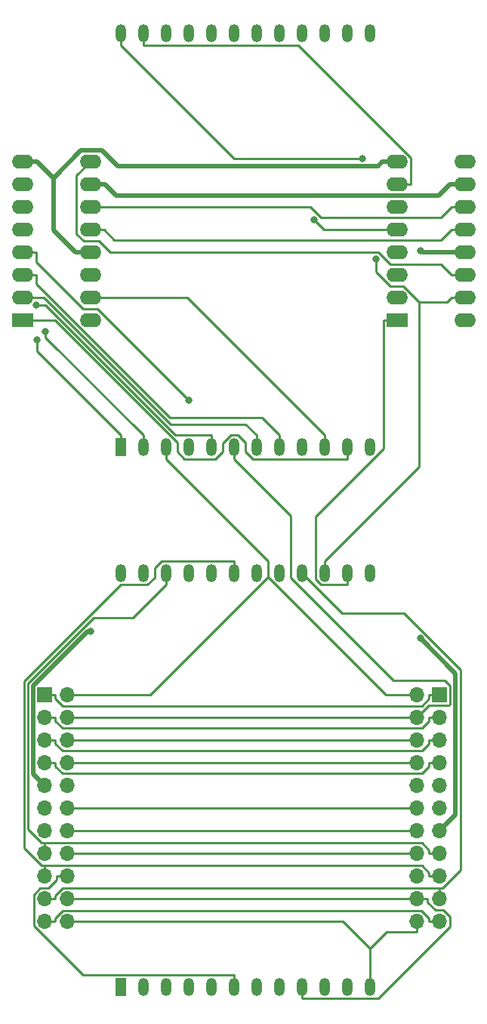
<source format=gbr>
%TF.GenerationSoftware,KiCad,Pcbnew,7.0.1*%
%TF.CreationDate,2023-03-17T17:08:37-04:00*%
%TF.ProjectId,ticker,7469636b-6572-42e6-9b69-6361645f7063,rev?*%
%TF.SameCoordinates,Original*%
%TF.FileFunction,Copper,L2,Bot*%
%TF.FilePolarity,Positive*%
%FSLAX46Y46*%
G04 Gerber Fmt 4.6, Leading zero omitted, Abs format (unit mm)*
G04 Created by KiCad (PCBNEW 7.0.1) date 2023-03-17 17:08:37*
%MOMM*%
%LPD*%
G01*
G04 APERTURE LIST*
%TA.AperFunction,ComponentPad*%
%ADD10O,1.700000X1.700000*%
%TD*%
%TA.AperFunction,ComponentPad*%
%ADD11R,1.700000X1.700000*%
%TD*%
%TA.AperFunction,ComponentPad*%
%ADD12R,1.200000X2.000000*%
%TD*%
%TA.AperFunction,ComponentPad*%
%ADD13O,1.200000X2.000000*%
%TD*%
%TA.AperFunction,ComponentPad*%
%ADD14O,2.400000X1.600000*%
%TD*%
%TA.AperFunction,ComponentPad*%
%ADD15R,2.400000X1.600000*%
%TD*%
%TA.AperFunction,ViaPad*%
%ADD16C,0.800000*%
%TD*%
%TA.AperFunction,Conductor*%
%ADD17C,0.500000*%
%TD*%
%TA.AperFunction,Conductor*%
%ADD18C,0.250000*%
%TD*%
G04 APERTURE END LIST*
D10*
%TO.P,J2,22,Pin_22*%
%TO.N,Net-(J1-Pin_22)*%
X169260000Y-145400000D03*
%TO.P,J2,21,Pin_21*%
%TO.N,Net-(J1-Pin_21)*%
X171800000Y-145400000D03*
%TO.P,J2,20,Pin_20*%
%TO.N,Net-(J1-Pin_20)*%
X169260000Y-142860000D03*
%TO.P,J2,19,Pin_19*%
%TO.N,Net-(J1-Pin_19)*%
X171800000Y-142860000D03*
%TO.P,J2,18,Pin_18*%
%TO.N,Net-(J1-Pin_18)*%
X169260000Y-140320000D03*
%TO.P,J2,17,Pin_17*%
%TO.N,Net-(J1-Pin_17)*%
X171800000Y-140320000D03*
%TO.P,J2,16,Pin_16*%
%TO.N,Net-(J1-Pin_16)*%
X169260000Y-137780000D03*
%TO.P,J2,15,Pin_15*%
%TO.N,Net-(J1-Pin_15)*%
X171800000Y-137780000D03*
%TO.P,J2,14,Pin_14*%
%TO.N,Net-(J1-Pin_14)*%
X169260000Y-135240000D03*
%TO.P,J2,13,Pin_13*%
%TO.N,GND*%
X171800000Y-135240000D03*
%TO.P,J2,12,Pin_12*%
%TO.N,Net-(J1-Pin_12)*%
X169260000Y-132700000D03*
%TO.P,J2,11,Pin_11*%
%TO.N,unconnected-(J2-Pin_11-Pad11)*%
X171800000Y-132700000D03*
%TO.P,J2,10,Pin_10*%
%TO.N,Net-(J2-Pin_10)*%
X169260000Y-130160000D03*
%TO.P,J2,9,Pin_9*%
%TO.N,+3V3*%
X171800000Y-130160000D03*
%TO.P,J2,8,Pin_8*%
%TO.N,Net-(J1-Pin_8)*%
X169260000Y-127620000D03*
%TO.P,J2,7,Pin_7*%
%TO.N,Net-(J1-Pin_7)*%
X171800000Y-127620000D03*
%TO.P,J2,6,Pin_6*%
%TO.N,Net-(J1-Pin_6)*%
X169260000Y-125080000D03*
%TO.P,J2,5,Pin_5*%
%TO.N,Net-(J1-Pin_5)*%
X171800000Y-125080000D03*
%TO.P,J2,4,Pin_4*%
%TO.N,Net-(J1-Pin_4)*%
X169260000Y-122540000D03*
%TO.P,J2,3,Pin_3*%
%TO.N,Net-(J1-Pin_3)*%
X171800000Y-122540000D03*
%TO.P,J2,2,Pin_2*%
%TO.N,Net-(J1-Pin_2)*%
X169260000Y-120000000D03*
D11*
%TO.P,J2,1,Pin_1*%
%TO.N,Net-(J1-Pin_1)*%
X171800000Y-120000000D03*
%TD*%
%TO.P,J1,1,Pin_1*%
%TO.N,Net-(J1-Pin_1)*%
X127525000Y-120000000D03*
D10*
%TO.P,J1,2,Pin_2*%
%TO.N,Net-(J1-Pin_2)*%
X130065000Y-120000000D03*
%TO.P,J1,3,Pin_3*%
%TO.N,Net-(J1-Pin_3)*%
X127525000Y-122540000D03*
%TO.P,J1,4,Pin_4*%
%TO.N,Net-(J1-Pin_4)*%
X130065000Y-122540000D03*
%TO.P,J1,5,Pin_5*%
%TO.N,Net-(J1-Pin_5)*%
X127525000Y-125080000D03*
%TO.P,J1,6,Pin_6*%
%TO.N,Net-(J1-Pin_6)*%
X130065000Y-125080000D03*
%TO.P,J1,7,Pin_7*%
%TO.N,Net-(J1-Pin_7)*%
X127525000Y-127620000D03*
%TO.P,J1,8,Pin_8*%
%TO.N,Net-(J1-Pin_8)*%
X130065000Y-127620000D03*
%TO.P,J1,9,Pin_9*%
%TO.N,+3V3*%
X127525000Y-130160000D03*
%TO.P,J1,10,Pin_10*%
%TO.N,Net-(J1-Pin_10)*%
X130065000Y-130160000D03*
%TO.P,J1,11,Pin_11*%
%TO.N,unconnected-(J1-Pin_11-Pad11)*%
X127525000Y-132700000D03*
%TO.P,J1,12,Pin_12*%
%TO.N,Net-(J1-Pin_12)*%
X130065000Y-132700000D03*
%TO.P,J1,13,Pin_13*%
%TO.N,GND*%
X127525000Y-135240000D03*
%TO.P,J1,14,Pin_14*%
%TO.N,Net-(J1-Pin_14)*%
X130065000Y-135240000D03*
%TO.P,J1,15,Pin_15*%
%TO.N,Net-(J1-Pin_15)*%
X127525000Y-137780000D03*
%TO.P,J1,16,Pin_16*%
%TO.N,Net-(J1-Pin_16)*%
X130065000Y-137780000D03*
%TO.P,J1,17,Pin_17*%
%TO.N,Net-(J1-Pin_17)*%
X127525000Y-140320000D03*
%TO.P,J1,18,Pin_18*%
%TO.N,Net-(J1-Pin_18)*%
X130065000Y-140320000D03*
%TO.P,J1,19,Pin_19*%
%TO.N,Net-(J1-Pin_19)*%
X127525000Y-142860000D03*
%TO.P,J1,20,Pin_20*%
%TO.N,Net-(J1-Pin_20)*%
X130065000Y-142860000D03*
%TO.P,J1,21,Pin_21*%
%TO.N,Net-(J1-Pin_21)*%
X127525000Y-145400000D03*
%TO.P,J1,22,Pin_22*%
%TO.N,Net-(J1-Pin_22)*%
X130065000Y-145400000D03*
%TD*%
D12*
%TO.P,LED1,1*%
%TO.N,Net-(U1-QG)*%
X136030000Y-92200000D03*
D13*
%TO.P,LED1,2*%
%TO.N,Net-(U1-QH)*%
X138570000Y-92200000D03*
%TO.P,LED1,3*%
%TO.N,Net-(J1-Pin_2)*%
X141110000Y-92200000D03*
%TO.P,LED1,4*%
%TO.N,Net-(U1-QE)*%
X143650000Y-92200000D03*
%TO.P,LED1,5*%
%TO.N,Net-(U1-QF)*%
X146190000Y-92200000D03*
%TO.P,LED1,6*%
%TO.N,Net-(J1-Pin_4)*%
X148730000Y-92200000D03*
%TO.P,LED1,7*%
%TO.N,Net-(U1-QC)*%
X151270000Y-92200000D03*
%TO.P,LED1,8*%
%TO.N,Net-(U1-QD)*%
X153810000Y-92200000D03*
%TO.P,LED1,9*%
%TO.N,Net-(J1-Pin_6)*%
X156350000Y-92200000D03*
%TO.P,LED1,10*%
%TO.N,Net-(U1-QA)*%
X158890000Y-92200000D03*
%TO.P,LED1,11*%
%TO.N,Net-(U1-QB)*%
X161430000Y-92200000D03*
%TO.P,LED1,12*%
%TO.N,Net-(J1-Pin_8)*%
X163970000Y-92200000D03*
%TO.P,LED1,13*%
%TO.N,Net-(J1-Pin_7)*%
X163970000Y-45800000D03*
%TO.P,LED1,14*%
%TO.N,Net-(U2-QB)*%
X161430000Y-45800000D03*
%TO.P,LED1,15*%
%TO.N,Net-(U2-QA)*%
X158890000Y-45800000D03*
%TO.P,LED1,16*%
%TO.N,Net-(J1-Pin_5)*%
X156350000Y-45800000D03*
%TO.P,LED1,17*%
%TO.N,Net-(U2-QD)*%
X153810000Y-45800000D03*
%TO.P,LED1,18*%
%TO.N,Net-(U2-QC)*%
X151270000Y-45800000D03*
%TO.P,LED1,19*%
%TO.N,Net-(J1-Pin_3)*%
X148730000Y-45800000D03*
%TO.P,LED1,20*%
%TO.N,Net-(U2-QF)*%
X146190000Y-45800000D03*
%TO.P,LED1,21*%
%TO.N,Net-(U2-QE)*%
X143650000Y-45800000D03*
%TO.P,LED1,22*%
%TO.N,Net-(J1-Pin_1)*%
X141110000Y-45800000D03*
%TO.P,LED1,23*%
%TO.N,Net-(U2-QH)*%
X138570000Y-45800000D03*
%TO.P,LED1,24*%
%TO.N,Net-(U2-QG)*%
X136030000Y-45800000D03*
%TD*%
D12*
%TO.P,LED2,1*%
%TO.N,Net-(U1-QG)*%
X136030000Y-152700000D03*
D13*
%TO.P,LED2,2*%
%TO.N,Net-(U1-QH)*%
X138570000Y-152700000D03*
%TO.P,LED2,3*%
%TO.N,Net-(J1-Pin_16)*%
X141110000Y-152700000D03*
%TO.P,LED2,4*%
%TO.N,Net-(U1-QE)*%
X143650000Y-152700000D03*
%TO.P,LED2,5*%
%TO.N,Net-(U1-QF)*%
X146190000Y-152700000D03*
%TO.P,LED2,6*%
%TO.N,Net-(J1-Pin_18)*%
X148730000Y-152700000D03*
%TO.P,LED2,7*%
%TO.N,Net-(U1-QC)*%
X151270000Y-152700000D03*
%TO.P,LED2,8*%
%TO.N,Net-(U1-QD)*%
X153810000Y-152700000D03*
%TO.P,LED2,9*%
%TO.N,Net-(J1-Pin_20)*%
X156350000Y-152700000D03*
%TO.P,LED2,10*%
%TO.N,Net-(U1-QA)*%
X158890000Y-152700000D03*
%TO.P,LED2,11*%
%TO.N,Net-(U1-QB)*%
X161430000Y-152700000D03*
%TO.P,LED2,12*%
%TO.N,Net-(J1-Pin_22)*%
X163970000Y-152700000D03*
%TO.P,LED2,13*%
%TO.N,Net-(J1-Pin_21)*%
X163970000Y-106300000D03*
%TO.P,LED2,14*%
%TO.N,Net-(U2-QB)*%
X161430000Y-106300000D03*
%TO.P,LED2,15*%
%TO.N,Net-(U2-QA)*%
X158890000Y-106300000D03*
%TO.P,LED2,16*%
%TO.N,Net-(J1-Pin_19)*%
X156350000Y-106300000D03*
%TO.P,LED2,17*%
%TO.N,Net-(U2-QD)*%
X153810000Y-106300000D03*
%TO.P,LED2,18*%
%TO.N,Net-(U2-QC)*%
X151270000Y-106300000D03*
%TO.P,LED2,19*%
%TO.N,Net-(J1-Pin_17)*%
X148730000Y-106300000D03*
%TO.P,LED2,20*%
%TO.N,Net-(U2-QF)*%
X146190000Y-106300000D03*
%TO.P,LED2,21*%
%TO.N,Net-(U2-QE)*%
X143650000Y-106300000D03*
%TO.P,LED2,22*%
%TO.N,Net-(J1-Pin_15)*%
X141110000Y-106300000D03*
%TO.P,LED2,23*%
%TO.N,Net-(U2-QH)*%
X138570000Y-106300000D03*
%TO.P,LED2,24*%
%TO.N,Net-(U2-QG)*%
X136030000Y-106300000D03*
%TD*%
D14*
%TO.P,U1,16,VCC*%
%TO.N,+3V3*%
X132620000Y-78000000D03*
%TO.P,U1,15,QA*%
%TO.N,Net-(U1-QA)*%
X132620000Y-75460000D03*
%TO.P,U1,14,SER*%
%TO.N,Net-(J1-Pin_10)*%
X132620000Y-72920000D03*
%TO.P,U1,13,~{OE}*%
%TO.N,GND*%
X132620000Y-70380000D03*
%TO.P,U1,12,RCLK*%
%TO.N,Net-(J1-Pin_14)*%
X132620000Y-67840000D03*
%TO.P,U1,11,SRCLK*%
%TO.N,Net-(J1-Pin_12)*%
X132620000Y-65300000D03*
%TO.P,U1,10,~{SRCLR}*%
%TO.N,+3V3*%
X132620000Y-62760000D03*
%TO.P,U1,9,QH'*%
%TO.N,Net-(U1-QH')*%
X132620000Y-60220000D03*
%TO.P,U1,8,GND*%
%TO.N,GND*%
X125000000Y-60220000D03*
%TO.P,U1,7,QH*%
%TO.N,Net-(U1-QH)*%
X125000000Y-62760000D03*
%TO.P,U1,6,QG*%
%TO.N,Net-(U1-QG)*%
X125000000Y-65300000D03*
%TO.P,U1,5,QF*%
%TO.N,Net-(U1-QF)*%
X125000000Y-67840000D03*
%TO.P,U1,4,QE*%
%TO.N,Net-(U1-QE)*%
X125000000Y-70380000D03*
%TO.P,U1,3,QD*%
%TO.N,Net-(U1-QD)*%
X125000000Y-72920000D03*
%TO.P,U1,2,QC*%
%TO.N,Net-(U1-QC)*%
X125000000Y-75460000D03*
D15*
%TO.P,U1,1,QB*%
%TO.N,Net-(U1-QB)*%
X125000000Y-78000000D03*
%TD*%
D14*
%TO.P,U2,16,VCC*%
%TO.N,+3V3*%
X174620000Y-78000000D03*
%TO.P,U2,15,QA*%
%TO.N,Net-(U2-QA)*%
X174620000Y-75460000D03*
%TO.P,U2,14,SER*%
%TO.N,Net-(U1-QH')*%
X174620000Y-72920000D03*
%TO.P,U2,13,~{OE}*%
%TO.N,GND*%
X174620000Y-70380000D03*
%TO.P,U2,12,RCLK*%
%TO.N,Net-(J1-Pin_14)*%
X174620000Y-67840000D03*
%TO.P,U2,11,SRCLK*%
%TO.N,Net-(J1-Pin_12)*%
X174620000Y-65300000D03*
%TO.P,U2,10,~{SRCLR}*%
%TO.N,+3V3*%
X174620000Y-62760000D03*
%TO.P,U2,9,QH'*%
%TO.N,Net-(J2-Pin_10)*%
X174620000Y-60220000D03*
%TO.P,U2,8,GND*%
%TO.N,GND*%
X167000000Y-60220000D03*
%TO.P,U2,7,QH*%
%TO.N,Net-(U2-QH)*%
X167000000Y-62760000D03*
%TO.P,U2,6,QG*%
%TO.N,Net-(U2-QG)*%
X167000000Y-65300000D03*
%TO.P,U2,5,QF*%
%TO.N,Net-(U2-QF)*%
X167000000Y-67840000D03*
%TO.P,U2,4,QE*%
%TO.N,Net-(U2-QE)*%
X167000000Y-70380000D03*
%TO.P,U2,3,QD*%
%TO.N,Net-(U2-QD)*%
X167000000Y-72920000D03*
%TO.P,U2,2,QC*%
%TO.N,Net-(U2-QC)*%
X167000000Y-75460000D03*
D15*
%TO.P,U2,1,QB*%
%TO.N,Net-(U2-QB)*%
X167000000Y-78000000D03*
%TD*%
D16*
%TO.N,GND*%
X169638300Y-70147900D03*
X169638300Y-113653400D03*
%TO.N,+3V3*%
X132620000Y-112819400D03*
%TO.N,Net-(U2-QG)*%
X163167000Y-59839000D03*
%TO.N,Net-(U2-QF)*%
X157740000Y-66727100D03*
%TO.N,Net-(U2-QA)*%
X164628900Y-71105500D03*
%TO.N,Net-(U1-QF)*%
X126597400Y-76312900D03*
%TO.N,Net-(U1-QE)*%
X143650000Y-86967100D03*
%TO.N,Net-(U1-QH)*%
X127613000Y-79205900D03*
%TO.N,Net-(U1-QG)*%
X126640300Y-80171000D03*
%TD*%
D17*
%TO.N,GND*%
X174620000Y-70380000D02*
X173145000Y-70380000D01*
X169870400Y-70380000D02*
X169638300Y-70147900D01*
X173145000Y-70380000D02*
X169870400Y-70380000D01*
X125000000Y-60220000D02*
X126475100Y-60220000D01*
X167000000Y-60220000D02*
X165349900Y-60220000D01*
X126650100Y-60220000D02*
X128480300Y-62050200D01*
X126475100Y-60220000D02*
X126650100Y-60220000D01*
X128480300Y-67890400D02*
X130969900Y-70380000D01*
X128480300Y-62050200D02*
X128480300Y-67890400D01*
X132620000Y-70380000D02*
X130969900Y-70380000D01*
X173588900Y-117604000D02*
X169638300Y-113653400D01*
X173588900Y-133451100D02*
X173588900Y-117604000D01*
X171800000Y-135240000D02*
X173588900Y-133451100D01*
X164880800Y-60689100D02*
X165349900Y-60220000D01*
X135700500Y-60689100D02*
X164880800Y-60689100D01*
X133968800Y-58957400D02*
X135700500Y-60689100D01*
X131573100Y-58957400D02*
X133968800Y-58957400D01*
X128480300Y-62050200D02*
X131573100Y-58957400D01*
%TO.N,+3V3*%
X174620000Y-62760000D02*
X172969900Y-62760000D01*
X132620000Y-62760000D02*
X134270100Y-62760000D01*
X132357400Y-112819400D02*
X132620000Y-112819400D01*
X126210900Y-118965900D02*
X132357400Y-112819400D01*
X126210900Y-128845900D02*
X126210900Y-118965900D01*
X127525000Y-130160000D02*
X126210900Y-128845900D01*
X135540000Y-64029900D02*
X134270100Y-62760000D01*
X171700000Y-64029900D02*
X135540000Y-64029900D01*
X172969900Y-62760000D02*
X171700000Y-64029900D01*
D18*
%TO.N,Net-(J1-Pin_7)*%
X128700100Y-127985300D02*
X128700100Y-127620000D01*
X129525400Y-128810600D02*
X128700100Y-127985300D01*
X169801500Y-128810600D02*
X129525400Y-128810600D01*
X170624900Y-127987200D02*
X169801500Y-128810600D01*
X170624900Y-127620000D02*
X170624900Y-127987200D01*
X171800000Y-127620000D02*
X170624900Y-127620000D01*
X127525000Y-127620000D02*
X128700100Y-127620000D01*
%TO.N,Net-(J1-Pin_6)*%
X169260000Y-125080000D02*
X130065000Y-125080000D01*
%TO.N,Net-(J1-Pin_5)*%
X170624900Y-125445200D02*
X170624900Y-125080000D01*
X169799500Y-126270600D02*
X170624900Y-125445200D01*
X129523500Y-126270600D02*
X169799500Y-126270600D01*
X128700100Y-125447200D02*
X129523500Y-126270600D01*
X128700100Y-125080000D02*
X128700100Y-125447200D01*
X127525000Y-125080000D02*
X128700100Y-125080000D01*
X171800000Y-125080000D02*
X170624900Y-125080000D01*
%TO.N,Net-(U1-QH')*%
X174620000Y-72920000D02*
X173094900Y-72920000D01*
X131082400Y-61757600D02*
X132620000Y-60220000D01*
X131082400Y-68330400D02*
X131082400Y-61757600D01*
X131862000Y-69110000D02*
X131082400Y-68330400D01*
X133550000Y-69110000D02*
X131862000Y-69110000D01*
X134820400Y-70380400D02*
X133550000Y-69110000D01*
X164929300Y-70380400D02*
X134820400Y-70380400D01*
X166284700Y-71735800D02*
X164929300Y-70380400D01*
X171910700Y-71735800D02*
X166284700Y-71735800D01*
X173094900Y-72920000D02*
X171910700Y-71735800D01*
%TO.N,Net-(U2-QG)*%
X148743900Y-59839000D02*
X136030000Y-47125100D01*
X163167000Y-59839000D02*
X148743900Y-59839000D01*
X136030000Y-45800000D02*
X136030000Y-47125100D01*
%TO.N,Net-(U2-QH)*%
X168525100Y-59745200D02*
X168525100Y-62760000D01*
X155905000Y-47125100D02*
X168525100Y-59745200D01*
X138570000Y-47125100D02*
X155905000Y-47125100D01*
X138570000Y-45800000D02*
X138570000Y-47125100D01*
X167000000Y-62760000D02*
X168525100Y-62760000D01*
%TO.N,Net-(U2-QF)*%
X158852900Y-67840000D02*
X157740000Y-66727100D01*
X167000000Y-67840000D02*
X158852900Y-67840000D01*
%TO.N,Net-(U2-QA)*%
X174620000Y-75460000D02*
X173094900Y-75460000D01*
X158890000Y-106300000D02*
X158890000Y-104974900D01*
X172608100Y-75946800D02*
X173094900Y-75460000D01*
X169498800Y-75946800D02*
X172608100Y-75946800D01*
X164628900Y-72544500D02*
X164628900Y-71105500D01*
X166274400Y-74190000D02*
X164628900Y-72544500D01*
X167742000Y-74190000D02*
X166274400Y-74190000D01*
X169498800Y-75946800D02*
X167742000Y-74190000D01*
X169498800Y-94366100D02*
X158890000Y-104974900D01*
X169498800Y-75946800D02*
X169498800Y-94366100D01*
%TO.N,Net-(U2-QB)*%
X158498700Y-107625100D02*
X161430000Y-107625100D01*
X157930800Y-107057200D02*
X158498700Y-107625100D01*
X157930800Y-99947600D02*
X157930800Y-107057200D01*
X165474900Y-92403500D02*
X157930800Y-99947600D01*
X165474900Y-78000000D02*
X165474900Y-92403500D01*
X167000000Y-78000000D02*
X165474900Y-78000000D01*
X161430000Y-106300000D02*
X161430000Y-107625100D01*
%TO.N,Net-(U1-QB)*%
X161430000Y-92200000D02*
X161430000Y-93525100D01*
X125000000Y-78000000D02*
X126525100Y-78000000D01*
X150843200Y-93525100D02*
X161430000Y-93525100D01*
X150000000Y-92681900D02*
X150843200Y-93525100D01*
X150000000Y-91690700D02*
X150000000Y-92681900D01*
X149144500Y-90835200D02*
X150000000Y-91690700D01*
X148366900Y-90835200D02*
X149144500Y-90835200D01*
X147460000Y-91742100D02*
X148366900Y-90835200D01*
X147460000Y-92730000D02*
X147460000Y-91742100D01*
X146664800Y-93525200D02*
X147460000Y-92730000D01*
X143174500Y-93525200D02*
X146664800Y-93525200D01*
X142380000Y-92730700D02*
X143174500Y-93525200D01*
X142380000Y-91709000D02*
X142380000Y-92730700D01*
X128671000Y-78000000D02*
X142380000Y-91709000D01*
X126525100Y-78000000D02*
X128671000Y-78000000D01*
%TO.N,Net-(U1-QA)*%
X143475100Y-75460000D02*
X158890000Y-90874900D01*
X132620000Y-75460000D02*
X143475100Y-75460000D01*
X158890000Y-92200000D02*
X158890000Y-90874900D01*
%TO.N,Net-(U1-QD)*%
X151858300Y-88923200D02*
X153810000Y-90874900D01*
X141506800Y-88923200D02*
X151858300Y-88923200D01*
X126525100Y-73941500D02*
X141506800Y-88923200D01*
X126525100Y-72920000D02*
X126525100Y-73941500D01*
X125000000Y-72920000D02*
X126525100Y-72920000D01*
X153810000Y-92200000D02*
X153810000Y-90874900D01*
%TO.N,Net-(U1-QC)*%
X151270000Y-92200000D02*
X151270000Y-90874900D01*
X150046500Y-89651400D02*
X151270000Y-90874900D01*
X141598200Y-89651400D02*
X150046500Y-89651400D01*
X127406800Y-75460000D02*
X141598200Y-89651400D01*
X125000000Y-75460000D02*
X127406800Y-75460000D01*
%TO.N,Net-(U1-QF)*%
X146190000Y-92200000D02*
X146190000Y-90874900D01*
X142182600Y-90874900D02*
X146190000Y-90874900D01*
X127620600Y-76312900D02*
X142182600Y-90874900D01*
X126597400Y-76312900D02*
X127620600Y-76312900D01*
%TO.N,Net-(U1-QE)*%
X125000000Y-70380000D02*
X126525100Y-70380000D01*
X133412900Y-76730000D02*
X143650000Y-86967100D01*
X131826600Y-76730000D02*
X133412900Y-76730000D01*
X126525100Y-71428500D02*
X131826600Y-76730000D01*
X126525100Y-70380000D02*
X126525100Y-71428500D01*
%TO.N,Net-(U1-QH)*%
X138570000Y-92200000D02*
X138570000Y-90874900D01*
X127613000Y-79917900D02*
X127613000Y-79205900D01*
X138570000Y-90874900D02*
X127613000Y-79917900D01*
%TO.N,Net-(U1-QG)*%
X136030000Y-92200000D02*
X136030000Y-90874900D01*
X126640300Y-81485200D02*
X126640300Y-80171000D01*
X136030000Y-90874900D02*
X126640300Y-81485200D01*
%TO.N,Net-(J1-Pin_22)*%
X169260000Y-145400000D02*
X169260000Y-146575100D01*
X163970000Y-152700000D02*
X163970000Y-151487400D01*
X130065000Y-145400000D02*
X131240100Y-145400000D01*
X165821400Y-146575100D02*
X163970000Y-148426500D01*
X169260000Y-146575100D02*
X165821400Y-146575100D01*
X163970000Y-151487400D02*
X163970000Y-148426500D01*
X160943500Y-145400000D02*
X163970000Y-148426500D01*
X131240100Y-145400000D02*
X160943500Y-145400000D01*
%TO.N,Net-(J1-Pin_21)*%
X128700100Y-145034700D02*
X128700100Y-145400000D01*
X129551600Y-144183200D02*
X128700100Y-145034700D01*
X169775300Y-144183200D02*
X129551600Y-144183200D01*
X170624900Y-145032800D02*
X169775300Y-144183200D01*
X170624900Y-145400000D02*
X170624900Y-145032800D01*
X171800000Y-145400000D02*
X170624900Y-145400000D01*
X127525000Y-145400000D02*
X128700100Y-145400000D01*
%TO.N,Net-(J1-Pin_20)*%
X170435100Y-143225300D02*
X170435100Y-142860000D01*
X171339800Y-144130000D02*
X170435100Y-143225300D01*
X172213400Y-144130000D02*
X171339800Y-144130000D01*
X172981400Y-144898000D02*
X172213400Y-144130000D01*
X172981400Y-145921600D02*
X172981400Y-144898000D01*
X164877900Y-154025100D02*
X172981400Y-145921600D01*
X156350000Y-154025100D02*
X164877900Y-154025100D01*
X156350000Y-152700000D02*
X156350000Y-154025100D01*
X169260000Y-142860000D02*
X170435100Y-142860000D01*
X130065000Y-142860000D02*
X169260000Y-142860000D01*
%TO.N,Net-(J1-Pin_19)*%
X171800000Y-142860000D02*
X171800000Y-141684900D01*
X129507900Y-141684900D02*
X171800000Y-141684900D01*
X128700100Y-142492700D02*
X129507900Y-141684900D01*
X128700100Y-142860000D02*
X128700100Y-142492700D01*
X127525000Y-142860000D02*
X128700100Y-142860000D01*
X172102700Y-141684900D02*
X171800000Y-141684900D01*
X174164100Y-139623500D02*
X172102700Y-141684900D01*
X174164100Y-117147300D02*
X174164100Y-139623500D01*
X167833700Y-110816900D02*
X174164100Y-117147300D01*
X160866900Y-110816900D02*
X167833700Y-110816900D01*
X156350000Y-106300000D02*
X160866900Y-110816900D01*
%TO.N,Net-(J1-Pin_18)*%
X128889900Y-140685200D02*
X128889900Y-140320000D01*
X127890300Y-141684800D02*
X128889900Y-140685200D01*
X127027800Y-141684800D02*
X127890300Y-141684800D01*
X126309600Y-142403000D02*
X127027800Y-141684800D01*
X126309600Y-145898300D02*
X126309600Y-142403000D01*
X131786200Y-151374900D02*
X126309600Y-145898300D01*
X148730000Y-151374900D02*
X131786200Y-151374900D01*
X148730000Y-152700000D02*
X148730000Y-151374900D01*
X130065000Y-140320000D02*
X128889900Y-140320000D01*
%TO.N,Net-(J1-Pin_17)*%
X127159700Y-139144900D02*
X127525000Y-139144900D01*
X125185300Y-137170500D02*
X127159700Y-139144900D01*
X125185300Y-118450600D02*
X125185300Y-137170500D01*
X136010700Y-107625200D02*
X125185300Y-118450600D01*
X139034500Y-107625200D02*
X136010700Y-107625200D01*
X139840000Y-106819700D02*
X139034500Y-107625200D01*
X139840000Y-105784000D02*
X139840000Y-106819700D01*
X140649100Y-104974900D02*
X139840000Y-105784000D01*
X148730000Y-104974900D02*
X140649100Y-104974900D01*
X148730000Y-106300000D02*
X148730000Y-104974900D01*
X127525000Y-140320000D02*
X127525000Y-139257400D01*
X127525000Y-139257400D02*
X127525000Y-139144900D01*
X170624900Y-139954800D02*
X170624900Y-140320000D01*
X169815000Y-139144900D02*
X170624900Y-139954800D01*
X127525000Y-139144900D02*
X169815000Y-139144900D01*
X171800000Y-140320000D02*
X170624900Y-140320000D01*
%TO.N,Net-(J1-Pin_16)*%
X169260000Y-137780000D02*
X130065000Y-137780000D01*
%TO.N,Net-(J1-Pin_15)*%
X141110000Y-106300000D02*
X141110000Y-107625100D01*
X127525000Y-137780000D02*
X127525000Y-136717400D01*
X127525000Y-136717400D02*
X127525000Y-136604900D01*
X170624900Y-137414800D02*
X170624900Y-137780000D01*
X169815000Y-136604900D02*
X170624900Y-137414800D01*
X127525000Y-136604900D02*
X169815000Y-136604900D01*
X171800000Y-137780000D02*
X170624900Y-137780000D01*
X137391200Y-111343900D02*
X141110000Y-107625100D01*
X137391200Y-111344000D02*
X137391200Y-111343900D01*
X133008500Y-111344000D02*
X137391200Y-111344000D01*
X125635700Y-118716800D02*
X133008500Y-111344000D01*
X125635700Y-135080900D02*
X125635700Y-118716800D01*
X127159700Y-136604900D02*
X125635700Y-135080900D01*
X127525000Y-136604900D02*
X127159700Y-136604900D01*
%TO.N,Net-(J1-Pin_14)*%
X130065000Y-135240000D02*
X169260000Y-135240000D01*
X135277700Y-68972600D02*
X134145100Y-67840000D01*
X171962300Y-68972600D02*
X135277700Y-68972600D01*
X173094900Y-67840000D02*
X171962300Y-68972600D01*
X174620000Y-67840000D02*
X173094900Y-67840000D01*
X132620000Y-67840000D02*
X134145100Y-67840000D01*
%TO.N,Net-(J1-Pin_12)*%
X130065000Y-132700000D02*
X169260000Y-132700000D01*
X174620000Y-65300000D02*
X173094900Y-65300000D01*
X132620000Y-65300000D02*
X134145100Y-65300000D01*
X157338400Y-65300000D02*
X134145100Y-65300000D01*
X158463500Y-66425100D02*
X157338400Y-65300000D01*
X171969800Y-66425100D02*
X158463500Y-66425100D01*
X173094900Y-65300000D02*
X171969800Y-66425100D01*
%TO.N,Net-(J1-Pin_8)*%
X130065000Y-127620000D02*
X169260000Y-127620000D01*
%TO.N,Net-(J1-Pin_4)*%
X148730000Y-92200000D02*
X148730000Y-93525100D01*
X130065000Y-122540000D02*
X131240100Y-122540000D01*
X170624800Y-121175200D02*
X169260000Y-122540000D01*
X172831000Y-121175200D02*
X170624800Y-121175200D01*
X172975200Y-121031000D02*
X172831000Y-121175200D01*
X172975200Y-118987900D02*
X172975200Y-121031000D01*
X172361000Y-118373700D02*
X172975200Y-118987900D01*
X166631100Y-118373700D02*
X172361000Y-118373700D01*
X155080000Y-106822600D02*
X166631100Y-118373700D01*
X155080000Y-99875100D02*
X155080000Y-106822600D01*
X148730000Y-93525100D02*
X155080000Y-99875100D01*
X169260000Y-122540000D02*
X131240100Y-122540000D01*
%TO.N,Net-(J1-Pin_3)*%
X170624900Y-122905200D02*
X170624900Y-122540000D01*
X169815000Y-123715100D02*
X170624900Y-122905200D01*
X129507900Y-123715100D02*
X169815000Y-123715100D01*
X128700100Y-122907300D02*
X129507900Y-123715100D01*
X128700100Y-122540000D02*
X128700100Y-122907300D01*
X127525000Y-122540000D02*
X128700100Y-122540000D01*
X171800000Y-122540000D02*
X170624900Y-122540000D01*
%TO.N,Net-(J1-Pin_2)*%
X141110000Y-92200000D02*
X141110000Y-93525100D01*
X139336900Y-120000000D02*
X152540000Y-106796900D01*
X130065000Y-120000000D02*
X139336900Y-120000000D01*
X152540000Y-104955100D02*
X152540000Y-106796900D01*
X141110000Y-93525100D02*
X152540000Y-104955100D01*
X165743100Y-120000000D02*
X169260000Y-120000000D01*
X152540000Y-106796900D02*
X165743100Y-120000000D01*
%TO.N,Net-(J1-Pin_1)*%
X170624900Y-120391800D02*
X170624900Y-120000000D01*
X169815100Y-121201600D02*
X170624900Y-120391800D01*
X129534500Y-121201600D02*
X169815100Y-121201600D01*
X128700100Y-120367200D02*
X129534500Y-121201600D01*
X128700100Y-120000000D02*
X128700100Y-120367200D01*
X127525000Y-120000000D02*
X128700100Y-120000000D01*
X171800000Y-120000000D02*
X170624900Y-120000000D01*
%TD*%
M02*

</source>
